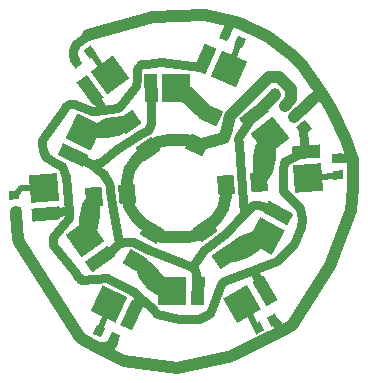
<source format=gtl>
G04*
G04 #@! TF.GenerationSoftware,Altium Limited,Altium Designer,23.5.1 (21)*
G04*
G04 Layer_Physical_Order=1*
G04 Layer_Color=255*
%FSLAX44Y44*%
%MOMM*%
G71*
G04*
G04 #@! TF.SameCoordinates,F507A0DE-0196-4A71-86C9-71FBE13DDA2A*
G04*
G04*
G04 #@! TF.FilePolarity,Positive*
G04*
G01*
G75*
G04:AMPARAMS|DCode=15|XSize=0.75mm|YSize=0.85mm|CornerRadius=0mm|HoleSize=0mm|Usage=FLASHONLY|Rotation=208.504|XOffset=0mm|YOffset=0mm|HoleType=Round|Shape=Rectangle|*
%AMROTATEDRECTD15*
4,1,4,0.1267,0.5524,0.5324,-0.1945,-0.1267,-0.5524,-0.5324,0.1945,0.1267,0.5524,0.0*
%
%ADD15ROTATEDRECTD15*%

G04:AMPARAMS|DCode=16|XSize=2.33mm|YSize=2.38mm|CornerRadius=0mm|HoleSize=0mm|Usage=FLASHONLY|Rotation=210.000|XOffset=0mm|YOffset=0mm|HoleType=Round|Shape=Rectangle|*
%AMROTATEDRECTD16*
4,1,4,0.4139,1.6131,1.6039,-0.4481,-0.4139,-1.6131,-1.6039,0.4481,0.4139,1.6131,0.0*
%
%ADD16ROTATEDRECTD16*%

G04:AMPARAMS|DCode=17|XSize=1.1mm|YSize=2.38mm|CornerRadius=0mm|HoleSize=0mm|Usage=FLASHONLY|Rotation=210.000|XOffset=0mm|YOffset=0mm|HoleType=Round|Shape=Rectangle|*
%AMROTATEDRECTD17*
4,1,4,-0.1187,1.3056,1.0713,-0.7556,0.1187,-1.3056,-1.0713,0.7556,-0.1187,1.3056,0.0*
%
%ADD17ROTATEDRECTD17*%

G04:AMPARAMS|DCode=18|XSize=2.33mm|YSize=2.38mm|CornerRadius=0mm|HoleSize=0mm|Usage=FLASHONLY|Rotation=179.892|XOffset=0mm|YOffset=0mm|HoleType=Round|Shape=Rectangle|*
%AMROTATEDRECTD18*
4,1,4,1.1672,1.1878,1.1628,-1.1922,-1.1672,-1.1878,-1.1628,1.1922,1.1672,1.1878,0.0*
%
%ADD18ROTATEDRECTD18*%

G04:AMPARAMS|DCode=19|XSize=1.1mm|YSize=2.38mm|CornerRadius=0mm|HoleSize=0mm|Usage=FLASHONLY|Rotation=179.892|XOffset=0mm|YOffset=0mm|HoleType=Round|Shape=Rectangle|*
%AMROTATEDRECTD19*
4,1,4,0.5522,1.1890,0.5478,-1.1910,-0.5522,-1.1890,-0.5478,1.1910,0.5522,1.1890,0.0*
%
%ADD19ROTATEDRECTD19*%

G04:AMPARAMS|DCode=20|XSize=2.33mm|YSize=2.38mm|CornerRadius=0mm|HoleSize=0mm|Usage=FLASHONLY|Rotation=155.000|XOffset=0mm|YOffset=0mm|HoleType=Round|Shape=Rectangle|*
%AMROTATEDRECTD20*
4,1,4,1.5588,0.5862,0.5529,-1.5709,-1.5588,-0.5862,-0.5529,1.5709,1.5588,0.5862,0.0*
%
%ADD20ROTATEDRECTD20*%

G04:AMPARAMS|DCode=21|XSize=1.1mm|YSize=2.38mm|CornerRadius=0mm|HoleSize=0mm|Usage=FLASHONLY|Rotation=155.000|XOffset=0mm|YOffset=0mm|HoleType=Round|Shape=Rectangle|*
%AMROTATEDRECTD21*
4,1,4,1.0014,0.8461,-0.0045,-1.3110,-1.0014,-0.8461,0.0045,1.3110,1.0014,0.8461,0.0*
%
%ADD21ROTATEDRECTD21*%

G04:AMPARAMS|DCode=22|XSize=0.75mm|YSize=0.85mm|CornerRadius=0mm|HoleSize=0mm|Usage=FLASHONLY|Rotation=156.138|XOffset=0mm|YOffset=0mm|HoleType=Round|Shape=Rectangle|*
%AMROTATEDRECTD22*
4,1,4,0.5149,0.2370,0.1710,-0.5404,-0.5149,-0.2370,-0.1710,0.5404,0.5149,0.2370,0.0*
%
%ADD22ROTATEDRECTD22*%

G04:AMPARAMS|DCode=23|XSize=0.75mm|YSize=0.85mm|CornerRadius=0mm|HoleSize=0mm|Usage=FLASHONLY|Rotation=336.629|XOffset=0mm|YOffset=0mm|HoleType=Round|Shape=Rectangle|*
%AMROTATEDRECTD23*
4,1,4,-0.5128,-0.2414,-0.1756,0.5389,0.5128,0.2414,0.1756,-0.5389,-0.5128,-0.2414,0.0*
%
%ADD23ROTATEDRECTD23*%

G04:AMPARAMS|DCode=24|XSize=2.33mm|YSize=2.38mm|CornerRadius=0mm|HoleSize=0mm|Usage=FLASHONLY|Rotation=336.148|XOffset=0mm|YOffset=0mm|HoleType=Round|Shape=Rectangle|*
%AMROTATEDRECTD24*
4,1,4,-1.5467,-0.6173,-0.5843,1.5595,1.5467,0.6173,0.5843,-1.5595,-1.5467,-0.6173,0.0*
%
%ADD24ROTATEDRECTD24*%

G04:AMPARAMS|DCode=25|XSize=1.1mm|YSize=2.38mm|CornerRadius=0mm|HoleSize=0mm|Usage=FLASHONLY|Rotation=336.148|XOffset=0mm|YOffset=0mm|HoleType=Round|Shape=Rectangle|*
%AMROTATEDRECTD25*
4,1,4,-0.9842,-0.8660,-0.0218,1.3108,0.9842,0.8660,0.0218,-1.3108,-0.9842,-0.8660,0.0*
%
%ADD25ROTATEDRECTD25*%

G04:AMPARAMS|DCode=26|XSize=2.33mm|YSize=2.38mm|CornerRadius=0mm|HoleSize=0mm|Usage=FLASHONLY|Rotation=308.271|XOffset=0mm|YOffset=0mm|HoleType=Round|Shape=Rectangle|*
%AMROTATEDRECTD26*
4,1,4,-1.6558,0.1776,0.2127,1.6517,1.6558,-0.1776,-0.2127,-1.6517,-1.6558,0.1776,0.0*
%
%ADD26ROTATEDRECTD26*%

G04:AMPARAMS|DCode=27|XSize=1.1mm|YSize=2.38mm|CornerRadius=0mm|HoleSize=0mm|Usage=FLASHONLY|Rotation=308.271|XOffset=0mm|YOffset=0mm|HoleType=Round|Shape=Rectangle|*
%AMROTATEDRECTD27*
4,1,4,-1.2749,-0.3053,0.5936,1.1689,1.2749,0.3053,-0.5936,-1.1689,-1.2749,-0.3053,0.0*
%
%ADD27ROTATEDRECTD27*%

G04:AMPARAMS|DCode=28|XSize=0.75mm|YSize=0.85mm|CornerRadius=0mm|HoleSize=0mm|Usage=FLASHONLY|Rotation=272.963|XOffset=0mm|YOffset=0mm|HoleType=Round|Shape=Rectangle|*
%AMROTATEDRECTD28*
4,1,4,-0.4438,0.3525,0.4051,0.3965,0.4438,-0.3525,-0.4051,-0.3965,-0.4438,0.3525,0.0*
%
%ADD28ROTATEDRECTD28*%

G04:AMPARAMS|DCode=29|XSize=2.33mm|YSize=2.38mm|CornerRadius=0mm|HoleSize=0mm|Usage=FLASHONLY|Rotation=274.296|XOffset=0mm|YOffset=0mm|HoleType=Round|Shape=Rectangle|*
%AMROTATEDRECTD29*
4,1,4,-1.2739,1.0726,1.0994,1.2509,1.2739,-1.0726,-1.0994,-1.2509,-1.2739,1.0726,0.0*
%
%ADD29ROTATEDRECTD29*%

G04:AMPARAMS|DCode=30|XSize=1.1mm|YSize=2.38mm|CornerRadius=0mm|HoleSize=0mm|Usage=FLASHONLY|Rotation=274.296|XOffset=0mm|YOffset=0mm|HoleType=Round|Shape=Rectangle|*
%AMROTATEDRECTD30*
4,1,4,-1.2279,0.4593,1.1455,0.6376,1.2279,-0.4593,-1.1455,-0.6376,-1.2279,0.4593,0.0*
%
%ADD30ROTATEDRECTD30*%

G04:AMPARAMS|DCode=31|XSize=2.33mm|YSize=2.38mm|CornerRadius=0mm|HoleSize=0mm|Usage=FLASHONLY|Rotation=241.269|XOffset=0mm|YOffset=0mm|HoleType=Round|Shape=Rectangle|*
%AMROTATEDRECTD31*
4,1,4,-0.4835,1.5936,1.6035,0.4496,0.4835,-1.5936,-1.6035,-0.4496,-0.4835,1.5936,0.0*
%
%ADD31ROTATEDRECTD31*%

G04:AMPARAMS|DCode=32|XSize=1.1mm|YSize=2.38mm|CornerRadius=0mm|HoleSize=0mm|Usage=FLASHONLY|Rotation=241.269|XOffset=0mm|YOffset=0mm|HoleType=Round|Shape=Rectangle|*
%AMROTATEDRECTD32*
4,1,4,-0.7791,1.0543,1.3079,-0.0897,0.7791,-1.0543,-1.3079,0.0897,-0.7791,1.0543,0.0*
%
%ADD32ROTATEDRECTD32*%

G04:AMPARAMS|DCode=33|XSize=2.33mm|YSize=2.38mm|CornerRadius=0mm|HoleSize=0mm|Usage=FLASHONLY|Rotation=1.085|XOffset=0mm|YOffset=0mm|HoleType=Round|Shape=Rectangle|*
%AMROTATEDRECTD33*
4,1,4,-1.1423,-1.2119,-1.1873,1.1677,1.1423,1.2119,1.1873,-1.1677,-1.1423,-1.2119,0.0*
%
%ADD33ROTATEDRECTD33*%

G04:AMPARAMS|DCode=34|XSize=1.1mm|YSize=2.38mm|CornerRadius=0mm|HoleSize=0mm|Usage=FLASHONLY|Rotation=1.085|XOffset=0mm|YOffset=0mm|HoleType=Round|Shape=Rectangle|*
%AMROTATEDRECTD34*
4,1,4,-0.5274,-1.2002,-0.5724,1.1794,0.5274,1.2002,0.5724,-1.1794,-0.5274,-1.2002,0.0*
%
%ADD34ROTATEDRECTD34*%

G04:AMPARAMS|DCode=35|XSize=0.75mm|YSize=0.85mm|CornerRadius=0mm|HoleSize=0mm|Usage=FLASHONLY|Rotation=36.135|XOffset=0mm|YOffset=0mm|HoleType=Round|Shape=Rectangle|*
%AMROTATEDRECTD35*
4,1,4,-0.0522,-0.5644,-0.5535,0.1221,0.0522,0.5644,0.5535,-0.1221,-0.0522,-0.5644,0.0*
%
%ADD35ROTATEDRECTD35*%

G04:AMPARAMS|DCode=36|XSize=2.33mm|YSize=2.38mm|CornerRadius=0mm|HoleSize=0mm|Usage=FLASHONLY|Rotation=36.159|XOffset=0mm|YOffset=0mm|HoleType=Round|Shape=Rectangle|*
%AMROTATEDRECTD36*
4,1,4,-0.2385,-1.6482,-1.6427,0.2734,0.2385,1.6482,1.6427,-0.2734,-0.2385,-1.6482,0.0*
%
%ADD36ROTATEDRECTD36*%

G04:AMPARAMS|DCode=37|XSize=1.1mm|YSize=2.38mm|CornerRadius=0mm|HoleSize=0mm|Usage=FLASHONLY|Rotation=36.159|XOffset=0mm|YOffset=0mm|HoleType=Round|Shape=Rectangle|*
%AMROTATEDRECTD37*
4,1,4,0.2581,-1.2853,-1.1462,0.6363,-0.2581,1.2853,1.1462,-0.6363,0.2581,-1.2853,0.0*
%
%ADD37ROTATEDRECTD37*%

G04:AMPARAMS|DCode=38|XSize=2.33mm|YSize=2.38mm|CornerRadius=0mm|HoleSize=0mm|Usage=FLASHONLY|Rotation=63.973|XOffset=0mm|YOffset=0mm|HoleType=Round|Shape=Rectangle|*
%AMROTATEDRECTD38*
4,1,4,0.5581,-1.5690,-1.5805,-0.5247,-0.5581,1.5690,1.5805,0.5247,0.5581,-1.5690,0.0*
%
%ADD38ROTATEDRECTD38*%

G04:AMPARAMS|DCode=39|XSize=1.1mm|YSize=2.38mm|CornerRadius=0mm|HoleSize=0mm|Usage=FLASHONLY|Rotation=63.973|XOffset=0mm|YOffset=0mm|HoleType=Round|Shape=Rectangle|*
%AMROTATEDRECTD39*
4,1,4,0.8280,-1.0164,-1.3107,0.0279,-0.8280,1.0164,1.3107,-0.0279,0.8280,-1.0164,0.0*
%
%ADD39ROTATEDRECTD39*%

G04:AMPARAMS|DCode=40|XSize=2.33mm|YSize=2.38mm|CornerRadius=0mm|HoleSize=0mm|Usage=FLASHONLY|Rotation=95.000|XOffset=0mm|YOffset=0mm|HoleType=Round|Shape=Rectangle|*
%AMROTATEDRECTD40*
4,1,4,1.2870,-1.0569,-1.0839,-1.2643,-1.2870,1.0569,1.0839,1.2643,1.2870,-1.0569,0.0*
%
%ADD40ROTATEDRECTD40*%

G04:AMPARAMS|DCode=41|XSize=1.1mm|YSize=2.38mm|CornerRadius=0mm|HoleSize=0mm|Usage=FLASHONLY|Rotation=95.000|XOffset=0mm|YOffset=0mm|HoleType=Round|Shape=Rectangle|*
%AMROTATEDRECTD41*
4,1,4,1.2334,-0.4442,-1.1375,-0.6516,-1.2334,0.4442,1.1375,0.6516,1.2334,-0.4442,0.0*
%
%ADD41ROTATEDRECTD41*%

G04:AMPARAMS|DCode=42|XSize=0.75mm|YSize=0.85mm|CornerRadius=0mm|HoleSize=0mm|Usage=FLASHONLY|Rotation=95.000|XOffset=0mm|YOffset=0mm|HoleType=Round|Shape=Rectangle|*
%AMROTATEDRECTD42*
4,1,4,0.4561,-0.3365,-0.3907,-0.4106,-0.4561,0.3365,0.3907,0.4106,0.4561,-0.3365,0.0*
%
%ADD42ROTATEDRECTD42*%

G04:AMPARAMS|DCode=43|XSize=2.33mm|YSize=2.38mm|CornerRadius=0mm|HoleSize=0mm|Usage=FLASHONLY|Rotation=125.273|XOffset=0mm|YOffset=0mm|HoleType=Round|Shape=Rectangle|*
%AMROTATEDRECTD43*
4,1,4,1.6443,-0.2639,-0.2988,-1.6383,-1.6443,0.2639,0.2988,1.6383,1.6443,-0.2639,0.0*
%
%ADD43ROTATEDRECTD43*%

G04:AMPARAMS|DCode=44|XSize=1.1mm|YSize=2.38mm|CornerRadius=0mm|HoleSize=0mm|Usage=FLASHONLY|Rotation=125.273|XOffset=0mm|YOffset=0mm|HoleType=Round|Shape=Rectangle|*
%AMROTATEDRECTD44*
4,1,4,1.2891,0.2382,-0.6539,-1.1362,-1.2891,-0.2382,0.6539,1.1362,1.2891,0.2382,0.0*
%
%ADD44ROTATEDRECTD44*%

G04:AMPARAMS|DCode=45|XSize=1.4mm|YSize=1.65mm|CornerRadius=0mm|HoleSize=0mm|Usage=FLASHONLY|Rotation=185.000|XOffset=0mm|YOffset=0mm|HoleType=Round|Shape=Rectangle|*
%AMROTATEDRECTD45*
4,1,4,0.6254,0.8829,0.7692,-0.7609,-0.6254,-0.8829,-0.7692,0.7609,0.6254,0.8829,0.0*
%
%ADD45ROTATEDRECTD45*%

G04:AMPARAMS|DCode=46|XSize=1.4mm|YSize=1.65mm|CornerRadius=0mm|HoleSize=0mm|Usage=FLASHONLY|Rotation=125.000|XOffset=0mm|YOffset=0mm|HoleType=Round|Shape=Rectangle|*
%AMROTATEDRECTD46*
4,1,4,1.0773,-0.1002,-0.2743,-1.0466,-1.0773,0.1002,0.2743,1.0466,1.0773,-0.1002,0.0*
%
%ADD46ROTATEDRECTD46*%

G04:AMPARAMS|DCode=47|XSize=1.4mm|YSize=1.65mm|CornerRadius=0mm|HoleSize=0mm|Usage=FLASHONLY|Rotation=65.000|XOffset=0mm|YOffset=0mm|HoleType=Round|Shape=Rectangle|*
%AMROTATEDRECTD47*
4,1,4,0.4519,-0.9831,-1.0435,-0.2858,-0.4519,0.9831,1.0435,0.2858,0.4519,-0.9831,0.0*
%
%ADD47ROTATEDRECTD47*%

G04:AMPARAMS|DCode=48|XSize=1.4mm|YSize=1.65mm|CornerRadius=0mm|HoleSize=0mm|Usage=FLASHONLY|Rotation=240.000|XOffset=0mm|YOffset=0mm|HoleType=Round|Shape=Rectangle|*
%AMROTATEDRECTD48*
4,1,4,-0.3645,1.0187,1.0645,0.1937,0.3645,-1.0187,-1.0645,-0.1937,-0.3645,1.0187,0.0*
%
%ADD48ROTATEDRECTD48*%

%ADD85C,1.0000*%
%ADD86C,0.7620*%
%ADD87C,0.7620*%
%ADD88C,1.0160*%
%ADD89C,0.5080*%
%ADD90C,0.8000*%
%ADD91C,1.0000*%
%ADD92P,1.4142X4X85.452*%
D15*
X69138Y-117364D02*
D03*
X81880Y-110444D02*
D03*
D16*
X55880Y-96787D02*
D03*
D17*
X74716Y-85912D02*
D03*
D18*
X-3348Y-86011D02*
D03*
D19*
X18402Y-86052D02*
D03*
D20*
X-57088Y-96693D02*
D03*
D21*
X-37376Y-105885D02*
D03*
D22*
X-65730Y-119621D02*
D03*
X-52469Y-125487D02*
D03*
D23*
X54171Y125259D02*
D03*
X40861Y131011D02*
D03*
D24*
X44450Y101867D02*
D03*
D25*
X24558Y110662D02*
D03*
D26*
X79189Y45720D02*
D03*
D27*
X65718Y62796D02*
D03*
D28*
X136638Y11954D02*
D03*
X135889Y26435D02*
D03*
D29*
X111335Y9740D02*
D03*
D30*
X109705Y31430D02*
D03*
D31*
X75924Y-39073D02*
D03*
D32*
X86379Y-20001D02*
D03*
D33*
X0Y86360D02*
D03*
D34*
X-21746Y85948D02*
D03*
D35*
X-72817Y116630D02*
D03*
X-84527Y108080D02*
D03*
D36*
X-55880Y96787D02*
D03*
D37*
X-73441Y83954D02*
D03*
D38*
X-78101Y48416D02*
D03*
D39*
X-87644Y28872D02*
D03*
D40*
X-112283Y1093D02*
D03*
D41*
X-110387Y-20574D02*
D03*
D42*
X-137262Y-4824D02*
D03*
X-135999Y-19269D02*
D03*
D43*
X-77022Y-40656D02*
D03*
D44*
X-64462Y-58413D02*
D03*
D45*
X-41721Y-3650D02*
D03*
X-69614Y-6090D02*
D03*
X41721Y3650D02*
D03*
X69614Y6091D02*
D03*
D46*
X-24021Y34306D02*
D03*
X-40082Y57242D02*
D03*
X24021Y-34306D02*
D03*
X40082Y-57242D02*
D03*
D47*
X17699Y37956D02*
D03*
X29533Y63333D02*
D03*
D48*
X-20940Y-36269D02*
D03*
X-34940Y-60518D02*
D03*
D85*
X-69795Y49702D02*
G03*
X-66638Y51095I-1597J7888D01*
G01*
X-47864Y57242D02*
G03*
X-66638Y51095I0J-31746D01*
G01*
X-29457Y-64921D02*
G03*
X-23471Y-77447I20659J2179D01*
G01*
X-20302Y-80616D02*
G03*
X-10028Y-85978I13711J13745D01*
G01*
X-69614Y-6090D02*
G03*
X-77022Y-23974I17884J-17884D01*
G01*
X17699Y37956D02*
G03*
X7910Y42011I-9789J-9789D01*
G01*
X34281Y-24046D02*
G03*
X41721Y-6086I-17960J17960D01*
G01*
X-5795Y42011D02*
G03*
X-23756Y34571I0J-25400D01*
G01*
X-34281Y24834D02*
G03*
X-41721Y6874I17960J-17960D01*
G01*
X9103Y-40485D02*
G03*
X24021Y-34306I0J21097D01*
G01*
X-20940Y-36269D02*
G03*
X-10761Y-40485I10179J10179D01*
G01*
X-41721Y-4967D02*
G03*
X-34281Y-22928I25400J0D01*
G01*
X71750Y8226D02*
G03*
X79189Y26187I-17960J17960D01*
G01*
X77053Y43584D02*
G03*
X69614Y25624I17960J-17960D01*
G01*
X43800Y-57080D02*
G03*
X70252Y-44745I-3719J42505D01*
G01*
X67607Y-39892D02*
G03*
X45754Y-51570I8317J-41849D01*
G01*
X-77022Y-40656D02*
G03*
X-69614Y-22772I-17884J17884D01*
G01*
X-59429Y48416D02*
G03*
X-41468Y55856I0J25400D01*
G01*
X11106Y81760D02*
G03*
X0Y86360I-11106J-11106D01*
G01*
X18427Y67933D02*
G03*
X29533Y63333I11106J11106D01*
G01*
X-78101Y48416D02*
X-69795Y49702D01*
X-69829Y48416D02*
X-59429D01*
X-47864Y57242D02*
X-40082D01*
X-5372Y-83738D02*
X-3348Y-85761D01*
X-34940Y-60518D02*
X-32661Y-63071D01*
X-29457Y-64921D01*
X-23471Y-77447D02*
X-20302Y-80616D01*
X-10021Y-79089D02*
X-5372Y-83738D01*
X-10028Y-85978D02*
X-9998Y-85978D01*
X-3352Y-86013D01*
X-34940Y-60518D02*
X-30411D01*
X-25237Y-65692D01*
X-25069D01*
X-11673Y-79089D01*
X-3348Y-86011D02*
Y-85761D01*
X-11673Y-79089D02*
X-10021D01*
X-77022Y-40656D02*
Y-23974D01*
X-69614Y-22772D02*
Y-6090D01*
X-5795Y42011D02*
X7910D01*
X17699Y37956D02*
X21490Y38395D01*
X40333Y43277D02*
X41856Y48090D01*
X21490Y38395D02*
X40333Y43277D01*
X41721Y3650D02*
X43184Y7041D01*
X45729Y62017D02*
X78678Y94967D01*
X86963D01*
X91730Y71094D02*
X91730D01*
X91730D02*
X97141Y76505D01*
Y84789D01*
X86963Y94967D02*
X97141Y84789D01*
X24021Y-34306D02*
X34281Y-24046D01*
X-24021Y34306D02*
X-23756Y34571D01*
X-34281Y24834D02*
X-25120Y33995D01*
X-41721Y-3650D02*
Y6874D01*
X-10761Y-40485D02*
X9103D01*
X-41721Y-4967D02*
Y-3650D01*
X-34281Y-22928D02*
X-20940Y-36269D01*
X66444Y62796D02*
X83937Y80288D01*
X41856Y48090D02*
X45729Y62017D01*
X69614Y6091D02*
X71750Y8226D01*
X69614Y6091D02*
Y25624D01*
X77053Y43584D02*
X79189Y45720D01*
X40082Y-57242D02*
X43800Y-57080D01*
X70252Y-44745D02*
X70757Y-43824D01*
X75924Y-39073D01*
X40082Y-57242D02*
X45754Y-51570D01*
X67607Y-39892D02*
X75924Y-39073D01*
X-41468Y55856D02*
X-40082Y57242D01*
X0Y86360D02*
X18427Y67933D01*
X11106Y81760D02*
X29533Y63333D01*
X79189Y26187D02*
Y45720D01*
X41721Y-6086D02*
Y3650D01*
D86*
X-113781Y39123D02*
D03*
D87*
X70034Y-77802D02*
G03*
X70036Y-77806I4401J2536D01*
G01*
X-82643Y-74267D02*
X-82642Y-74268D01*
X105374Y-31736D02*
X106584Y-25361D01*
X90294Y-1214D02*
X104375Y-15513D01*
X106584Y-25361D01*
X99659Y-46307D02*
X105374Y-31736D01*
Y-31736D01*
X85000Y-60721D02*
X99659Y-46307D01*
Y-46307D01*
X-62059Y67427D02*
X-49120Y69427D01*
X-68531Y66427D02*
X-62059Y67427D01*
X-73441Y83954D02*
X-68798Y77327D01*
X-62192Y68288D01*
X-94187Y69073D02*
X-93818Y69591D01*
X-86567Y72273D02*
X-71107Y66338D01*
X-113781Y41559D02*
X-94187Y69073D01*
X-91136Y72273D02*
X-86567D01*
X-71107Y66338D02*
X-69110D01*
X-68531Y66427D01*
X-93818Y69591D02*
X-91136Y72273D01*
X-113781Y38776D02*
X-113749Y38429D01*
X-113781Y39123D02*
X-113781Y41559D01*
X-113749Y38429D02*
X-113205Y32474D01*
X-113781Y39123D02*
X-113781Y38776D01*
X-47070Y71477D02*
X-46815Y71794D01*
X-34146Y87504D01*
X-49120Y69427D02*
X-47070Y71477D01*
X-113205Y32474D02*
X-110259Y27592D01*
X-100633Y21968D01*
X-97096Y19696D01*
X-93758Y10581D01*
X-104100Y-40261D02*
X-90496Y-23698D01*
X-102412Y-18900D02*
X-91047Y-17906D01*
X-93758Y10581D02*
X-91047Y-17906D01*
X-90496Y-23698D01*
X-110387Y-20574D02*
X-102412Y-18900D01*
X-104477Y-46861D02*
X-96901Y-56473D01*
X-104477Y-43815D02*
X-104100Y-40261D01*
X-104477Y-46861D02*
Y-43815D01*
X-96901Y-56473D02*
X-86158Y-70102D01*
X-83105Y-73761D01*
X-82885Y-74025D02*
X-82643Y-74267D01*
X-82642Y-74268D02*
X-80411Y-76499D01*
X-58328Y-74760D02*
X-35779Y-86950D01*
X-69241Y-75620D02*
X-58328Y-74760D01*
X-80411Y-76499D02*
X-69241Y-75620D01*
X-31479Y-90816D02*
X-27248Y-94620D01*
X-35779Y-86950D02*
X-31479Y-90816D01*
X-31155Y-91843D01*
X-19545Y-101546D02*
X-16457Y-105045D01*
X-27248Y-94620D02*
X-19545Y-101546D01*
X2544Y-109495D02*
X19046Y-109240D01*
X2544Y-109495D02*
X2544D01*
X-16457Y-105045D02*
X2544Y-109495D01*
X65618Y-70154D02*
X70034Y-77802D01*
X40428Y-77546D02*
X85000Y-60721D01*
X101052Y28758D02*
X101765Y29138D01*
X100338Y28377D02*
X101052Y28758D01*
X91286Y23544D02*
X100338Y28377D01*
X101765Y29138D02*
X109705Y31430D01*
X-24561Y106645D02*
X-12565Y108112D01*
X-12565D02*
X19741Y103946D01*
X-12565Y108112D02*
X-12565D01*
X19741Y103946D02*
X24558Y110662D01*
X-30287Y105946D02*
X-24561Y106645D01*
X-34146Y87504D02*
X-33681Y93324D01*
X-33214Y101862D02*
X-30287Y105946D01*
X-33681Y93324D02*
X-33214Y101862D01*
X-83105Y-73761D02*
X-82885Y-74025D01*
X90296Y1000D02*
X90455Y7072D01*
X90294Y934D02*
X90296Y1000D01*
X90294Y-1214D02*
Y934D01*
X90701Y16484D02*
X91286Y23544D01*
X90455Y7072D02*
X90701Y16484D01*
X-87692Y117915D02*
X-84657Y123046D01*
X-75042Y130618D01*
X-87746Y113325D02*
X-87692Y117915D01*
X-87746Y113325D02*
X-87435Y112719D01*
X-84527Y108080D01*
X40861Y131011D02*
X45734Y141703D01*
X135889Y26435D02*
X145729Y26635D01*
X81880Y-110444D02*
X86279Y-114843D01*
Y-121361D02*
Y-114843D01*
X-53489Y-129536D02*
X-52469Y-125487D01*
X-56363Y-132410D02*
X-53489Y-129536D01*
X19046Y-109240D02*
X27565Y-104968D01*
X28299Y-104600D01*
X29727Y-103173D01*
X37601Y-79618D01*
X39294Y-77926D01*
X40428Y-77546D01*
X-37376Y-105885D02*
X-33688Y-97277D01*
X-31155Y-91843D01*
X107674Y48602D02*
X108747Y34326D01*
X107674Y48602D02*
X107950Y52070D01*
D88*
X99840Y61582D02*
X122677Y82724D01*
X-75042Y130618D02*
X-19791Y146067D01*
X45969Y142792D02*
X53387Y141190D01*
X24548Y147420D02*
X45969Y142792D01*
X143299Y42182D02*
X148565Y27664D01*
X122677Y82724D02*
X132133Y67343D01*
X132133Y67343D01*
X143299Y42182D01*
X98201Y113576D02*
X106645Y105342D01*
X122677Y82724D01*
X76493Y129929D02*
X98201Y113576D01*
X98201Y113576D01*
X53387Y141190D02*
X76493Y129929D01*
X23144Y147415D02*
X23303Y147420D01*
X-19791Y146067D02*
X23144Y147415D01*
X23303Y147420D02*
X24548D01*
X147690Y-18362D02*
X150008Y1252D01*
X149293Y25655D02*
X150008Y1252D01*
Y1252D02*
Y1252D01*
X131034Y-61825D02*
X147236Y-19546D01*
X147690Y-18362D01*
X99051Y-113668D02*
X130688Y-62728D01*
X131034Y-61825D01*
X390Y-151009D02*
X43764Y-142001D01*
X45026Y-141739D01*
X84242Y-122447D01*
X84242Y-122447D02*
X95816Y-116279D01*
X97152Y-115567D01*
X98223Y-114497D01*
X98223Y-114497D02*
X99051Y-113668D01*
X-63941Y-133815D02*
X-63258Y-134136D01*
X-80179Y-126171D02*
X-64425Y-134708D01*
X-82203Y-124147D02*
X-80897Y-125453D01*
X-44330Y-144857D02*
X390Y-151009D01*
X-64425Y-134708D02*
X-46161Y-144605D01*
X-44330Y-144857D01*
X-63258Y-134136D02*
X-61337Y-134262D01*
X-59650Y-134373D02*
X-56363Y-132410D01*
X-61337Y-134262D02*
X-59650Y-134373D01*
X-135562Y-20445D02*
X-133680Y-41950D01*
X-133461Y-44450D01*
X-82203Y-124147D01*
X-135999Y-19269D02*
X-135562Y-20445D01*
D89*
X55880Y-96787D02*
X61219Y-104513D01*
X67595Y-116255D01*
X69138Y-117364D01*
X-59237Y-106018D02*
X-57088Y-96693D01*
X-64641Y-118234D02*
X-59237Y-106018D01*
X-65730Y-119621D02*
X-64641Y-118234D01*
X111335Y9740D02*
X120672Y10399D01*
X134968Y11139D01*
X136638Y11954D01*
X-62881Y103264D02*
X-55880Y96787D01*
X-71693Y115333D02*
X-62881Y103264D01*
X-72817Y116630D02*
X-71693Y115333D01*
X44450Y101867D02*
X47641Y110690D01*
X53295Y123774D01*
X54171Y125259D01*
X-137262Y-4824D02*
X-136808D01*
X-134321Y-2337D01*
Y-1883D01*
X-131345Y1093D01*
X-112283D01*
D90*
X65901Y62481D02*
X66444Y62796D01*
X64981Y61948D02*
X65901Y62481D01*
X64981Y61948D02*
X65718Y62796D01*
X59041Y58504D02*
X64981Y61948D01*
X-61916Y13305D02*
X-61583Y13037D01*
X52650Y43323D02*
X53358Y38848D01*
X60445Y56725D02*
X64981Y61948D01*
X52650Y43323D02*
X60445Y56725D01*
X53358Y38848D02*
X53806Y25989D01*
X55884Y1211D01*
X57420Y-21058D01*
X-56652Y5309D02*
X-55804Y2383D01*
X-61916Y13305D02*
X-56652Y5309D01*
X-55805Y-1523D02*
X-55804Y2383D01*
X-55805Y-1523D02*
X-53934Y-16995D01*
X-71820Y21291D02*
X-64791Y22224D01*
X-53934Y-16995D02*
X-48297Y-45015D01*
X-71820Y21291D02*
X-61916Y13305D01*
X41092Y-37729D02*
X57420Y-21058D01*
X79725Y-15705D02*
X86379Y-20001D01*
X79715Y-15700D02*
X79725Y-15705D01*
X57420Y-21058D02*
X62739Y-15628D01*
X69357Y-13255D02*
X79715Y-15700D01*
X62739Y-15628D02*
X65112Y-13255D01*
X69357D01*
X23803Y-51165D02*
X41092Y-37729D01*
X13092Y-65702D02*
X23803Y-51165D01*
X-22941Y-50947D02*
X3018Y-61577D01*
X15748Y-68358D02*
X18328Y-78024D01*
X18327Y-78152D02*
X18402Y-86052D01*
X18327Y-78152D02*
X18328Y-78024D01*
X3018Y-61577D02*
X13092Y-65702D01*
X15748Y-68358D01*
X-36947Y-44229D02*
X-22941Y-50947D01*
X-41624Y-44587D02*
X-36947Y-44229D01*
X-48297Y-45015D02*
X-41624Y-44587D01*
X-64462Y-58413D02*
X-57756Y-54213D01*
X-56866Y-53583D01*
X-48297Y-45015D01*
X-24069Y50138D02*
X-21017Y55559D01*
X-21746Y85948D02*
X-21444Y78052D01*
X-21017Y55559D01*
X-31460Y46196D02*
X-24069Y50138D01*
X-50431Y34541D02*
X-31460Y46196D01*
X-64791Y22224D02*
X-50431Y34541D01*
X-80488Y25523D02*
X-71820Y21291D01*
X-87644Y28872D02*
X-80488Y25523D01*
D91*
X83619Y80606D02*
D03*
X91730Y71094D02*
D03*
X99840Y61582D02*
D03*
D92*
X107950Y52070D02*
D03*
M02*

</source>
